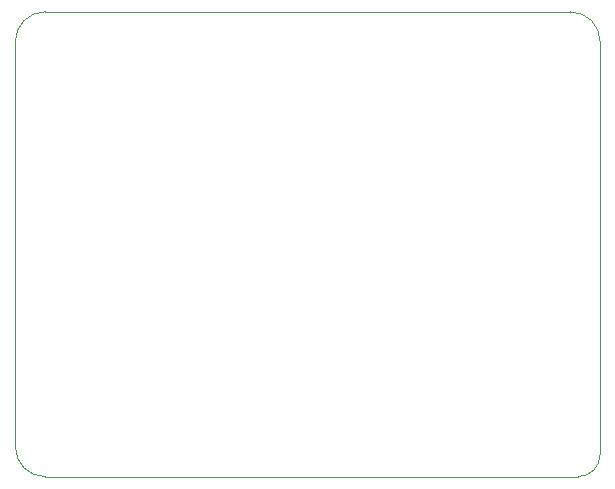
<source format=gbr>
G04 (created by PCBNEW (2013-mar-13)-testing) date Mon 02 Feb 2015 05:19:27 PM EST*
%MOIN*%
G04 Gerber Fmt 3.4, Leading zero omitted, Abs format*
%FSLAX34Y34*%
G01*
G70*
G90*
G04 APERTURE LIST*
%ADD10C,0.005906*%
%ADD11C,0.003937*%
G04 APERTURE END LIST*
G54D10*
G54D11*
X51750Y-46250D02*
X69500Y-46250D01*
X70250Y-31750D02*
X70250Y-45500D01*
X69500Y-46250D02*
G75*
G03X70250Y-45500I0J750D01*
G74*
G01*
X50750Y-45250D02*
G75*
G03X51750Y-46250I1000J0D01*
G74*
G01*
X50750Y-31750D02*
X50750Y-45250D01*
X51750Y-30750D02*
X69250Y-30750D01*
X70250Y-31750D02*
G75*
G03X69250Y-30750I-1000J0D01*
G74*
G01*
X51750Y-30750D02*
G75*
G03X50750Y-31750I0J-1000D01*
G74*
G01*
M02*

</source>
